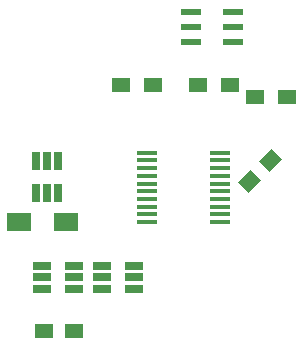
<source format=gbr>
G04 #@! TF.FileFunction,Paste,Bot*
%FSLAX46Y46*%
G04 Gerber Fmt 4.6, Leading zero omitted, Abs format (unit mm)*
G04 Created by KiCad (PCBNEW 4.0.0-stable) date 17.06.2016 16:47:32*
%MOMM*%
G01*
G04 APERTURE LIST*
%ADD10C,0.100000*%
%ADD11R,1.800000X0.400000*%
%ADD12R,1.500000X1.250000*%
%ADD13R,2.000000X1.600000*%
%ADD14R,1.500000X1.300000*%
%ADD15R,1.500000X0.650000*%
%ADD16R,0.650000X1.500000*%
%ADD17R,1.800000X0.600000*%
G04 APERTURE END LIST*
D10*
D11*
X112724000Y-90809000D03*
X112724000Y-90159000D03*
X112724000Y-89509000D03*
X112724000Y-88859000D03*
X112724000Y-88209000D03*
X112724000Y-87559000D03*
X112724000Y-86909000D03*
X112724000Y-86259000D03*
X112724000Y-85609000D03*
X112724000Y-84959000D03*
X118924000Y-84959000D03*
X118924000Y-85609000D03*
X118924000Y-86259000D03*
X118924000Y-86909000D03*
X118924000Y-87559000D03*
X118924000Y-88209000D03*
X118924000Y-88859000D03*
X118924000Y-89509000D03*
X118924000Y-90159000D03*
X118924000Y-90809000D03*
D12*
X106533000Y-100076000D03*
X104033000Y-100076000D03*
D13*
X105886000Y-90805000D03*
X101886000Y-90805000D03*
D10*
G36*
X123273271Y-84630845D02*
X124157155Y-85514729D01*
X123096495Y-86575389D01*
X122212611Y-85691505D01*
X123273271Y-84630845D01*
X123273271Y-84630845D01*
G37*
G36*
X121505505Y-86398611D02*
X122389389Y-87282495D01*
X121328729Y-88343155D01*
X120444845Y-87459271D01*
X121505505Y-86398611D01*
X121505505Y-86398611D01*
G37*
D14*
X121840000Y-80264000D03*
X124540000Y-80264000D03*
D15*
X106506000Y-94554000D03*
X106506000Y-95504000D03*
X106506000Y-96454000D03*
X103806000Y-96454000D03*
X103806000Y-94554000D03*
X103806000Y-95504000D03*
D16*
X103317000Y-85645000D03*
X104267000Y-85645000D03*
X105217000Y-85645000D03*
X105217000Y-88345000D03*
X103317000Y-88345000D03*
X104267000Y-88345000D03*
D15*
X111586000Y-94554000D03*
X111586000Y-95504000D03*
X111586000Y-96454000D03*
X108886000Y-96454000D03*
X108886000Y-94554000D03*
X108886000Y-95504000D03*
D14*
X119714000Y-79248000D03*
X117014000Y-79248000D03*
D17*
X116487000Y-75565000D03*
X116487000Y-74295000D03*
X116487000Y-73025000D03*
X119987000Y-73025000D03*
X119987000Y-74295000D03*
X119987000Y-75565000D03*
D14*
X113237000Y-79248000D03*
X110537000Y-79248000D03*
M02*

</source>
